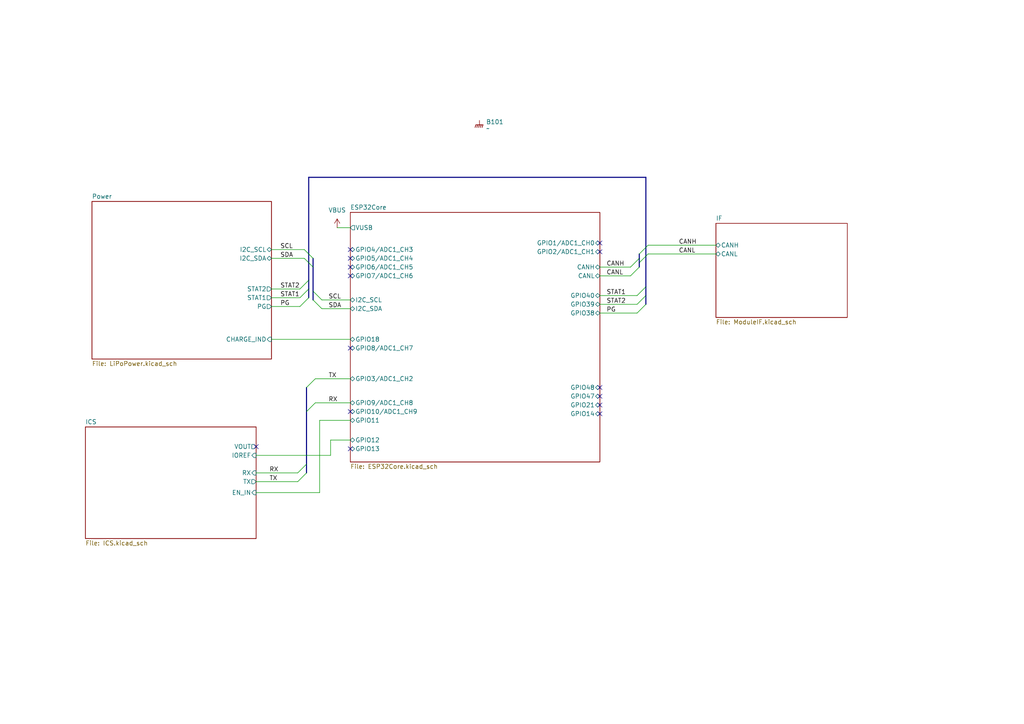
<source format=kicad_sch>
(kicad_sch
	(version 20231120)
	(generator "eeschema")
	(generator_version "8.0")
	(uuid "80fbddc6-aa50-4ba3-b7b9-21fad44f05f1")
	(paper "A4")
	(lib_symbols
		(symbol "WOBCLibrary:Board"
			(exclude_from_sim no)
			(in_bom yes)
			(on_board yes)
			(property "Reference" "B"
				(at 0 2.54 0)
				(effects
					(font
						(size 1.27 1.27)
					)
				)
			)
			(property "Value" ""
				(at 0 0 0)
				(effects
					(font
						(size 1.27 1.27)
					)
				)
			)
			(property "Footprint" ""
				(at 0 0 0)
				(effects
					(font
						(size 1.27 1.27)
					)
					(hide yes)
				)
			)
			(property "Datasheet" ""
				(at 0 0 0)
				(effects
					(font
						(size 1.27 1.27)
					)
					(hide yes)
				)
			)
			(property "Description" ""
				(at 0 0 0)
				(effects
					(font
						(size 1.27 1.27)
					)
					(hide yes)
				)
			)
			(symbol "Board_0_1"
				(polyline
					(pts
						(xy 0 -1.27) (xy 0 0)
					)
					(stroke
						(width 0)
						(type default)
					)
					(fill
						(type none)
					)
				)
				(polyline
					(pts
						(xy -1.016 -1.27) (xy -1.27 -2.032) (xy -1.27 -2.032)
					)
					(stroke
						(width 0.2032)
						(type default)
					)
					(fill
						(type none)
					)
				)
				(polyline
					(pts
						(xy -0.508 -1.27) (xy -0.762 -2.032) (xy -0.762 -2.032)
					)
					(stroke
						(width 0.2032)
						(type default)
					)
					(fill
						(type none)
					)
				)
				(polyline
					(pts
						(xy 0 -1.27) (xy -0.254 -2.032) (xy -0.254 -2.032)
					)
					(stroke
						(width 0.2032)
						(type default)
					)
					(fill
						(type none)
					)
				)
				(polyline
					(pts
						(xy 0.508 -1.27) (xy 0.254 -2.032) (xy 0.254 -2.032)
					)
					(stroke
						(width 0.2032)
						(type default)
					)
					(fill
						(type none)
					)
				)
				(polyline
					(pts
						(xy 1.016 -1.27) (xy -1.016 -1.27) (xy -1.016 -1.27)
					)
					(stroke
						(width 0.2032)
						(type default)
					)
					(fill
						(type none)
					)
				)
				(polyline
					(pts
						(xy 1.016 -1.27) (xy 0.762 -2.032) (xy 0.762 -2.032) (xy 0.762 -2.032)
					)
					(stroke
						(width 0.2032)
						(type default)
					)
					(fill
						(type none)
					)
				)
			)
			(symbol "Board_1_1"
				(pin power_in line
					(at 0 0 270)
					(length 0) hide
					(name "GND"
						(effects
							(font
								(size 1.27 1.27)
							)
						)
					)
					(number "GND"
						(effects
							(font
								(size 1.27 1.27)
							)
						)
					)
				)
			)
		)
		(symbol "power:VBUS"
			(power)
			(pin_numbers hide)
			(pin_names
				(offset 0) hide)
			(exclude_from_sim no)
			(in_bom yes)
			(on_board yes)
			(property "Reference" "#PWR"
				(at 0 -3.81 0)
				(effects
					(font
						(size 1.27 1.27)
					)
					(hide yes)
				)
			)
			(property "Value" "VBUS"
				(at 0 3.556 0)
				(effects
					(font
						(size 1.27 1.27)
					)
				)
			)
			(property "Footprint" ""
				(at 0 0 0)
				(effects
					(font
						(size 1.27 1.27)
					)
					(hide yes)
				)
			)
			(property "Datasheet" ""
				(at 0 0 0)
				(effects
					(font
						(size 1.27 1.27)
					)
					(hide yes)
				)
			)
			(property "Description" "Power symbol creates a global label with name \"VBUS\""
				(at 0 0 0)
				(effects
					(font
						(size 1.27 1.27)
					)
					(hide yes)
				)
			)
			(property "ki_keywords" "global power"
				(at 0 0 0)
				(effects
					(font
						(size 1.27 1.27)
					)
					(hide yes)
				)
			)
			(symbol "VBUS_0_1"
				(polyline
					(pts
						(xy -0.762 1.27) (xy 0 2.54)
					)
					(stroke
						(width 0)
						(type default)
					)
					(fill
						(type none)
					)
				)
				(polyline
					(pts
						(xy 0 0) (xy 0 2.54)
					)
					(stroke
						(width 0)
						(type default)
					)
					(fill
						(type none)
					)
				)
				(polyline
					(pts
						(xy 0 2.54) (xy 0.762 1.27)
					)
					(stroke
						(width 0)
						(type default)
					)
					(fill
						(type none)
					)
				)
			)
			(symbol "VBUS_1_1"
				(pin power_in line
					(at 0 0 90)
					(length 0)
					(name "~"
						(effects
							(font
								(size 1.27 1.27)
							)
						)
					)
					(number "1"
						(effects
							(font
								(size 1.27 1.27)
							)
						)
					)
				)
			)
		)
	)
	(no_connect
		(at 173.99 70.485)
		(uuid "184fbf63-2fa8-4dcd-b67d-ff5d06cc9a2a")
	)
	(no_connect
		(at 101.6 130.175)
		(uuid "229e4bf6-7d6e-4aa1-b878-caa77d687485")
	)
	(no_connect
		(at 173.99 114.935)
		(uuid "244396b9-7bed-4bb7-b765-4c3367df6dbe")
	)
	(no_connect
		(at 173.99 120.015)
		(uuid "42b1f9e4-2cdd-4601-b708-ff1355487c9d")
	)
	(no_connect
		(at 101.6 80.01)
		(uuid "4364bb39-166b-4dbe-bba0-d15d79aa9568")
	)
	(no_connect
		(at 173.99 112.395)
		(uuid "5166f447-4470-404e-85be-293e9a8a9eb8")
	)
	(no_connect
		(at 101.6 77.47)
		(uuid "7b3b4cdf-52c0-44f4-aecf-c3d26f88857a")
	)
	(no_connect
		(at 74.295 129.54)
		(uuid "7d6c7861-dd99-4c33-b98d-8c3eac52c05b")
	)
	(no_connect
		(at 101.6 119.38)
		(uuid "88ea6c01-bf87-456c-b457-49d522cd2b26")
	)
	(no_connect
		(at 173.99 117.475)
		(uuid "971501c3-0ac8-4f4f-92dd-d19c835dff75")
	)
	(no_connect
		(at 101.6 100.965)
		(uuid "a5b78aaa-6dc4-4b05-a538-05e7a7e23880")
	)
	(no_connect
		(at 101.6 74.93)
		(uuid "b1e361b7-f746-4cbd-97d3-f3b71064929f")
	)
	(no_connect
		(at 101.6 72.39)
		(uuid "b6dc21de-4a51-455d-9cdf-07d516677f94")
	)
	(no_connect
		(at 173.99 73.025)
		(uuid "d8dd33ce-15ea-472c-8f7e-f6e39eadc021")
	)
	(bus_entry
		(at 90.805 86.995)
		(size 2.54 2.54)
		(stroke
			(width 0)
			(type default)
		)
		(uuid "00892a9c-6979-437a-9fe6-c14e2e65b1a2")
	)
	(bus_entry
		(at 182.88 80.01)
		(size 2.54 -2.54)
		(stroke
			(width 0)
			(type default)
		)
		(uuid "0492c180-e12a-45ff-8b5a-b8a221630690")
	)
	(bus_entry
		(at 182.88 77.47)
		(size 2.54 -2.54)
		(stroke
			(width 0)
			(type default)
		)
		(uuid "061589e9-6a5e-43b0-8f88-68e1c98d01db")
	)
	(bus_entry
		(at 91.44 116.84)
		(size -2.54 2.54)
		(stroke
			(width 0)
			(type default)
		)
		(uuid "31d9e884-011c-4f32-806c-bbc4f02ce93e")
	)
	(bus_entry
		(at 184.785 90.805)
		(size 2.54 -2.54)
		(stroke
			(width 0)
			(type default)
		)
		(uuid "41c9dac4-2749-46f2-89b2-04832628d057")
	)
	(bus_entry
		(at 88.9 134.62)
		(size -2.54 2.54)
		(stroke
			(width 0)
			(type default)
		)
		(uuid "60428c11-e5b5-40a9-b98f-1046a706e450")
	)
	(bus_entry
		(at 90.805 84.455)
		(size 2.54 2.54)
		(stroke
			(width 0)
			(type default)
		)
		(uuid "6b5dda26-a8cb-4caa-94cc-45f6b93e8e47")
	)
	(bus_entry
		(at 185.42 73.66)
		(size 2.54 -2.54)
		(stroke
			(width 0)
			(type default)
		)
		(uuid "6bcd7eae-e5ed-4403-809f-1e3a57e81825")
	)
	(bus_entry
		(at 88.9 137.16)
		(size -2.54 2.54)
		(stroke
			(width 0)
			(type default)
		)
		(uuid "75a39660-de78-4d65-9df4-d77a21db83f9")
	)
	(bus_entry
		(at 88.265 74.93)
		(size 2.54 2.54)
		(stroke
			(width 0)
			(type default)
		)
		(uuid "9f47cecd-a615-493c-aece-4a96799af1e8")
	)
	(bus_entry
		(at 91.44 109.855)
		(size -2.54 2.54)
		(stroke
			(width 0)
			(type default)
		)
		(uuid "a06307d4-ddf1-4200-879f-2084f6c45e51")
	)
	(bus_entry
		(at 185.42 76.2)
		(size 2.54 -2.54)
		(stroke
			(width 0)
			(type default)
		)
		(uuid "a8700f92-f26e-484a-8c87-eda18c753cc2")
	)
	(bus_entry
		(at 184.785 85.725)
		(size 2.54 -2.54)
		(stroke
			(width 0)
			(type default)
		)
		(uuid "bc7cf95c-170b-4f87-a9e3-0e3a94b2f1a0")
	)
	(bus_entry
		(at 86.995 88.9)
		(size 2.54 -2.54)
		(stroke
			(width 0)
			(type default)
		)
		(uuid "d50fd510-d011-48b7-9b1b-374c92cd7f1e")
	)
	(bus_entry
		(at 86.995 86.36)
		(size 2.54 -2.54)
		(stroke
			(width 0)
			(type default)
		)
		(uuid "e1f5a6d6-b619-4cfc-abeb-13b3ff0964fe")
	)
	(bus_entry
		(at 88.265 72.39)
		(size 2.54 2.54)
		(stroke
			(width 0)
			(type default)
		)
		(uuid "f1ed3bf1-0106-47b8-872e-25ae9383ee37")
	)
	(bus_entry
		(at 86.995 83.82)
		(size 2.54 -2.54)
		(stroke
			(width 0)
			(type default)
		)
		(uuid "f6b9219b-3708-4c45-a0b1-896022c6de1e")
	)
	(bus_entry
		(at 184.785 88.265)
		(size 2.54 -2.54)
		(stroke
			(width 0)
			(type default)
		)
		(uuid "f738e322-d8b8-4a68-a37d-1d6c04b82db0")
	)
	(wire
		(pts
			(xy 173.99 85.725) (xy 184.785 85.725)
		)
		(stroke
			(width 0)
			(type default)
		)
		(uuid "02e23917-d48d-4be4-adf1-20c2f3737c16")
	)
	(wire
		(pts
			(xy 91.44 109.855) (xy 101.6 109.855)
		)
		(stroke
			(width 0)
			(type default)
		)
		(uuid "0db7cf49-d45b-4367-9612-18a218b36cb0")
	)
	(wire
		(pts
			(xy 173.99 80.01) (xy 182.88 80.01)
		)
		(stroke
			(width 0)
			(type default)
		)
		(uuid "1238fa37-2f8c-4c87-92f8-d1a7e8c9a645")
	)
	(wire
		(pts
			(xy 78.74 83.82) (xy 86.995 83.82)
		)
		(stroke
			(width 0)
			(type default)
		)
		(uuid "12dc286f-083d-4c01-b64c-9e0c47515b9d")
	)
	(wire
		(pts
			(xy 93.345 89.535) (xy 101.6 89.535)
		)
		(stroke
			(width 0)
			(type default)
		)
		(uuid "19a7bf2c-d748-455d-9a5b-0baa174fab85")
	)
	(wire
		(pts
			(xy 187.96 73.66) (xy 207.645 73.66)
		)
		(stroke
			(width 0)
			(type default)
		)
		(uuid "1b95c85b-338e-4e64-957b-fca4e5dd3b14")
	)
	(bus
		(pts
			(xy 187.325 51.435) (xy 89.535 51.435)
		)
		(stroke
			(width 0)
			(type default)
		)
		(uuid "1e547ab1-a001-4156-90d2-99c1fbb43e30")
	)
	(wire
		(pts
			(xy 187.96 71.12) (xy 207.645 71.12)
		)
		(stroke
			(width 0)
			(type default)
		)
		(uuid "252209ae-9aa0-44fe-91d3-e4cc6aacdab1")
	)
	(bus
		(pts
			(xy 89.535 81.28) (xy 89.535 83.82)
		)
		(stroke
			(width 0)
			(type default)
		)
		(uuid "32f73702-d23c-45d0-a699-1ac3ffc5e220")
	)
	(bus
		(pts
			(xy 187.325 83.185) (xy 187.325 51.435)
		)
		(stroke
			(width 0)
			(type default)
		)
		(uuid "3358b80b-8528-463b-a796-c660f28fd747")
	)
	(wire
		(pts
			(xy 173.99 77.47) (xy 182.88 77.47)
		)
		(stroke
			(width 0)
			(type default)
		)
		(uuid "3386dd29-e7f6-4456-bd50-ad75b013ff68")
	)
	(wire
		(pts
			(xy 97.79 66.04) (xy 101.6 66.04)
		)
		(stroke
			(width 0)
			(type default)
		)
		(uuid "3b58743b-a743-4b85-a0bb-a9158b1487d0")
	)
	(bus
		(pts
			(xy 88.9 119.38) (xy 88.9 134.62)
		)
		(stroke
			(width 0)
			(type default)
		)
		(uuid "3f3abb62-1a93-4e50-86d4-973b78b6c2e7")
	)
	(wire
		(pts
			(xy 95.885 132.08) (xy 95.885 127.635)
		)
		(stroke
			(width 0)
			(type default)
		)
		(uuid "4cb249ae-157b-4f1e-af4d-924babae0741")
	)
	(wire
		(pts
			(xy 78.74 98.425) (xy 101.6 98.425)
		)
		(stroke
			(width 0)
			(type default)
		)
		(uuid "561dcfb7-aa86-4130-9f56-eda9a5f4fe48")
	)
	(wire
		(pts
			(xy 74.295 132.08) (xy 95.885 132.08)
		)
		(stroke
			(width 0)
			(type default)
		)
		(uuid "565278f9-fea3-46fa-9b73-e4fbf18414c0")
	)
	(wire
		(pts
			(xy 92.71 142.875) (xy 74.295 142.875)
		)
		(stroke
			(width 0)
			(type default)
		)
		(uuid "5f65ca16-02fa-445d-b444-edb99d37bb14")
	)
	(wire
		(pts
			(xy 91.44 116.84) (xy 101.6 116.84)
		)
		(stroke
			(width 0)
			(type default)
		)
		(uuid "6544662b-04c5-49aa-a05a-5a8a10619834")
	)
	(wire
		(pts
			(xy 173.99 90.805) (xy 184.785 90.805)
		)
		(stroke
			(width 0)
			(type default)
		)
		(uuid "688a3174-1907-4c40-92c8-494abb157249")
	)
	(wire
		(pts
			(xy 92.71 121.92) (xy 92.71 142.875)
		)
		(stroke
			(width 0)
			(type default)
		)
		(uuid "6f11b7b8-1b68-411b-9e41-c7bc6c744aea")
	)
	(wire
		(pts
			(xy 95.885 127.635) (xy 101.6 127.635)
		)
		(stroke
			(width 0)
			(type default)
		)
		(uuid "6f3c0848-200c-4707-9b11-6c4c5be5c730")
	)
	(bus
		(pts
			(xy 185.42 73.66) (xy 185.42 74.93)
		)
		(stroke
			(width 0)
			(type default)
		)
		(uuid "70bc0677-f7aa-4779-b9a4-755400977082")
	)
	(bus
		(pts
			(xy 90.805 77.47) (xy 90.805 84.455)
		)
		(stroke
			(width 0)
			(type default)
		)
		(uuid "7bc82935-b5bb-4716-b33a-9675b1c6e039")
	)
	(wire
		(pts
			(xy 78.74 74.93) (xy 88.265 74.93)
		)
		(stroke
			(width 0)
			(type default)
		)
		(uuid "83a9052d-269a-41f1-be55-46a90cf12811")
	)
	(bus
		(pts
			(xy 88.9 134.62) (xy 88.9 137.16)
		)
		(stroke
			(width 0)
			(type default)
		)
		(uuid "85fb1bac-1317-44fa-aed2-5bf59951f29c")
	)
	(bus
		(pts
			(xy 90.805 84.455) (xy 90.805 86.995)
		)
		(stroke
			(width 0)
			(type default)
		)
		(uuid "9535539d-3db6-43ff-982d-b2fe7250d389")
	)
	(bus
		(pts
			(xy 89.535 51.435) (xy 89.535 81.28)
		)
		(stroke
			(width 0)
			(type default)
		)
		(uuid "9a9d2972-e8f7-480d-ac4f-5c8ae4172cd1")
	)
	(wire
		(pts
			(xy 78.74 86.36) (xy 86.995 86.36)
		)
		(stroke
			(width 0)
			(type default)
		)
		(uuid "9bd01768-80ce-4d20-87ef-7b7012371455")
	)
	(wire
		(pts
			(xy 74.295 137.16) (xy 86.36 137.16)
		)
		(stroke
			(width 0)
			(type default)
		)
		(uuid "9c05dbf3-dc8c-4968-bdef-c5584cbff285")
	)
	(wire
		(pts
			(xy 78.74 72.39) (xy 88.265 72.39)
		)
		(stroke
			(width 0)
			(type default)
		)
		(uuid "9de76386-35cf-4184-8f20-e3d37f609d34")
	)
	(bus
		(pts
			(xy 88.9 112.395) (xy 88.9 119.38)
		)
		(stroke
			(width 0)
			(type default)
		)
		(uuid "b376df72-3e4e-44f9-b123-7e7be4fe2a02")
	)
	(bus
		(pts
			(xy 187.325 85.725) (xy 187.325 83.185)
		)
		(stroke
			(width 0)
			(type default)
		)
		(uuid "b64642b4-8f36-4b28-b118-39e115031fe3")
	)
	(bus
		(pts
			(xy 89.535 83.82) (xy 89.535 86.36)
		)
		(stroke
			(width 0)
			(type default)
		)
		(uuid "b6f350c1-2f18-40bf-b2a6-4203cef267a9")
	)
	(wire
		(pts
			(xy 74.295 139.7) (xy 86.36 139.7)
		)
		(stroke
			(width 0)
			(type default)
		)
		(uuid "c4d383a8-2f32-4cb2-b98c-54fb44a6ec20")
	)
	(wire
		(pts
			(xy 78.74 88.9) (xy 86.995 88.9)
		)
		(stroke
			(width 0)
			(type default)
		)
		(uuid "c6e04992-3352-430d-81b2-e9b09b9a4809")
	)
	(bus
		(pts
			(xy 90.805 74.93) (xy 90.805 77.47)
		)
		(stroke
			(width 0)
			(type default)
		)
		(uuid "d0e799c1-9cb8-4f7e-b7e5-ebffbb47664f")
	)
	(wire
		(pts
			(xy 93.345 86.995) (xy 101.6 86.995)
		)
		(stroke
			(width 0)
			(type default)
		)
		(uuid "d1bacec9-8d56-413a-8e2b-7f486d5ebe84")
	)
	(bus
		(pts
			(xy 187.325 88.265) (xy 187.325 85.725)
		)
		(stroke
			(width 0)
			(type default)
		)
		(uuid "ebc8b890-61ae-4b6f-ae7c-73db00fa7bef")
	)
	(wire
		(pts
			(xy 173.99 88.265) (xy 184.785 88.265)
		)
		(stroke
			(width 0)
			(type default)
		)
		(uuid "ec563dbd-2640-429f-9601-0cf16b694fc6")
	)
	(wire
		(pts
			(xy 101.6 121.92) (xy 92.71 121.92)
		)
		(stroke
			(width 0)
			(type default)
		)
		(uuid "f1721ebc-d9e2-4f29-bb16-31249dbebbd3")
	)
	(bus
		(pts
			(xy 185.42 76.2) (xy 185.42 77.47)
		)
		(stroke
			(width 0)
			(type default)
		)
		(uuid "f8be2827-d3a7-47ce-a862-af02a9bab281")
	)
	(bus
		(pts
			(xy 185.42 74.93) (xy 185.42 76.2)
		)
		(stroke
			(width 0)
			(type default)
		)
		(uuid "fc6863b2-2e12-467e-9482-3631e5865c45")
	)
	(label "CANH"
		(at 175.895 77.47 0)
		(fields_autoplaced yes)
		(effects
			(font
				(size 1.27 1.27)
			)
			(justify left bottom)
		)
		(uuid "05b43a8b-f5ed-4f03-a401-ed5c1bd44fd8")
	)
	(label "STAT1"
		(at 175.895 85.725 0)
		(fields_autoplaced yes)
		(effects
			(font
				(size 1.27 1.27)
			)
			(justify left bottom)
		)
		(uuid "1b7f26ae-5d55-406d-885a-95990b8a63c1")
	)
	(label "STAT1"
		(at 81.28 86.36 0)
		(fields_autoplaced yes)
		(effects
			(font
				(size 1.27 1.27)
			)
			(justify left bottom)
		)
		(uuid "36e5ce1d-69a9-4cd3-9bf9-f8470bfb4211")
	)
	(label "RX"
		(at 78.105 137.16 0)
		(fields_autoplaced yes)
		(effects
			(font
				(size 1.27 1.27)
			)
			(justify left bottom)
		)
		(uuid "3964f607-1c6a-499f-8890-956a8d4da1b2")
	)
	(label "STAT2"
		(at 175.895 88.265 0)
		(fields_autoplaced yes)
		(effects
			(font
				(size 1.27 1.27)
			)
			(justify left bottom)
		)
		(uuid "52d17695-019f-4c48-b9c1-142d4cf8159a")
	)
	(label "SDA"
		(at 81.28 74.93 0)
		(fields_autoplaced yes)
		(effects
			(font
				(size 1.27 1.27)
			)
			(justify left bottom)
		)
		(uuid "59c76a85-0f13-4089-ab72-d7b8964f629a")
	)
	(label "PG"
		(at 175.895 90.805 0)
		(fields_autoplaced yes)
		(effects
			(font
				(size 1.27 1.27)
			)
			(justify left bottom)
		)
		(uuid "6a1ada13-5f2d-435a-9d50-823c1dee9d7d")
	)
	(label "SCL"
		(at 95.25 86.995 0)
		(fields_autoplaced yes)
		(effects
			(font
				(size 1.27 1.27)
			)
			(justify left bottom)
		)
		(uuid "7ffadeec-998f-4704-8f60-c28be892ea1d")
	)
	(label "SCL"
		(at 81.28 72.39 0)
		(fields_autoplaced yes)
		(effects
			(font
				(size 1.27 1.27)
			)
			(justify left bottom)
		)
		(uuid "9fc2708e-3a9a-4ad9-8ac2-b7d916e6b3f9")
	)
	(label "TX"
		(at 95.25 109.855 0)
		(fields_autoplaced yes)
		(effects
			(font
				(size 1.27 1.27)
			)
			(justify left bottom)
		)
		(uuid "9ff47be3-b7b7-4320-99ad-33ad62e0a79d")
	)
	(label "CANH"
		(at 196.85 71.12 0)
		(fields_autoplaced yes)
		(effects
			(font
				(size 1.27 1.27)
			)
			(justify left bottom)
		)
		(uuid "a0512117-7f2b-464e-989d-56d850d56bef")
	)
	(label "RX"
		(at 95.25 116.84 0)
		(fields_autoplaced yes)
		(effects
			(font
				(size 1.27 1.27)
			)
			(justify left bottom)
		)
		(uuid "a222d7d5-611a-44b7-b117-6bd8e9d4211f")
	)
	(label "CANL"
		(at 196.85 73.66 0)
		(fields_autoplaced yes)
		(effects
			(font
				(size 1.27 1.27)
			)
			(justify left bottom)
		)
		(uuid "b1da38c4-e62e-4625-b91c-e60d9487262a")
	)
	(label "SDA"
		(at 95.25 89.535 0)
		(fields_autoplaced yes)
		(effects
			(font
				(size 1.27 1.27)
			)
			(justify left bottom)
		)
		(uuid "be00b22a-e17d-4ea1-8e7e-8ae46f59da8a")
	)
	(label "TX"
		(at 78.105 139.7 0)
		(fields_autoplaced yes)
		(effects
			(font
				(size 1.27 1.27)
			)
			(justify left bottom)
		)
		(uuid "c5199485-ad58-4feb-8c64-51e5e5ee3d6e")
	)
	(label "STAT2"
		(at 81.28 83.82 0)
		(fields_autoplaced yes)
		(effects
			(font
				(size 1.27 1.27)
			)
			(justify left bottom)
		)
		(uuid "d50c8ea8-f158-4e93-b8a1-5ee2bcdc36de")
	)
	(label "PG"
		(at 81.28 88.9 0)
		(fields_autoplaced yes)
		(effects
			(font
				(size 1.27 1.27)
			)
			(justify left bottom)
		)
		(uuid "dfdd6bfd-f9e1-47b2-988c-50306a58272c")
	)
	(label "CANL"
		(at 175.895 80.01 0)
		(fields_autoplaced yes)
		(effects
			(font
				(size 1.27 1.27)
			)
			(justify left bottom)
		)
		(uuid "f4e6b4b5-f31b-47ce-a51f-03d467fa9480")
	)
	(symbol
		(lib_id "power:VBUS")
		(at 97.79 66.04 0)
		(unit 1)
		(exclude_from_sim no)
		(in_bom yes)
		(on_board yes)
		(dnp no)
		(fields_autoplaced yes)
		(uuid "aea1d47d-e2a6-4ae4-939e-1a37133d18f0")
		(property "Reference" "#PWR0101"
			(at 97.79 69.85 0)
			(effects
				(font
					(size 1.27 1.27)
				)
				(hide yes)
			)
		)
		(property "Value" "VBUS"
			(at 97.79 60.96 0)
			(effects
				(font
					(size 1.27 1.27)
				)
			)
		)
		(property "Footprint" ""
			(at 97.79 66.04 0)
			(effects
				(font
					(size 1.27 1.27)
				)
				(hide yes)
			)
		)
		(property "Datasheet" ""
			(at 97.79 66.04 0)
			(effects
				(font
					(size 1.27 1.27)
				)
				(hide yes)
			)
		)
		(property "Description" "Power symbol creates a global label with name \"VBUS\""
			(at 97.79 66.04 0)
			(effects
				(font
					(size 1.27 1.27)
				)
				(hide yes)
			)
		)
		(pin "1"
			(uuid "063012e9-24d5-4609-b51c-ac244ba3c297")
		)
		(instances
			(project ""
				(path "/80fbddc6-aa50-4ba3-b7b9-21fad44f05f1"
					(reference "#PWR0101")
					(unit 1)
				)
			)
		)
	)
	(symbol
		(lib_id "WOBCLibrary:Board")
		(at 139.065 34.925 0)
		(unit 1)
		(exclude_from_sim no)
		(in_bom yes)
		(on_board yes)
		(dnp no)
		(fields_autoplaced yes)
		(uuid "d22f3159-9c22-4f75-aac2-0b5dd583617f")
		(property "Reference" "B101"
			(at 140.97 35.3567 0)
			(effects
				(font
					(size 1.27 1.27)
				)
				(justify left)
			)
		)
		(property "Value" "~"
			(at 140.97 37.2618 0)
			(effects
				(font
					(size 1.27 1.27)
				)
				(justify left)
			)
		)
		(property "Footprint" "WOBCLibrary:Board_1U_60x60"
			(at 139.065 34.925 0)
			(effects
				(font
					(size 1.27 1.27)
				)
				(hide yes)
			)
		)
		(property "Datasheet" ""
			(at 139.065 34.925 0)
			(effects
				(font
					(size 1.27 1.27)
				)
				(hide yes)
			)
		)
		(property "Description" ""
			(at 139.065 34.925 0)
			(effects
				(font
					(size 1.27 1.27)
				)
				(hide yes)
			)
		)
		(pin "GND"
			(uuid "0b459a04-e20e-48ee-9978-f33e38fa7cd9")
		)
		(instances
			(project ""
				(path "/80fbddc6-aa50-4ba3-b7b9-21fad44f05f1"
					(reference "B101")
					(unit 1)
				)
			)
		)
	)
	(sheet
		(at 24.765 123.825)
		(size 49.53 32.385)
		(fields_autoplaced yes)
		(stroke
			(width 0.1524)
			(type solid)
		)
		(fill
			(color 0 0 0 0.0000)
		)
		(uuid "4f6b0d77-0135-4130-b2a3-d0a52c2d73c9")
		(property "Sheetname" "ICS"
			(at 24.765 123.1134 0)
			(effects
				(font
					(size 1.27 1.27)
				)
				(justify left bottom)
			)
		)
		(property "Sheetfile" "ICS.kicad_sch"
			(at 24.765 156.7946 0)
			(effects
				(font
					(size 1.27 1.27)
				)
				(justify left top)
			)
		)
		(pin "IOREF" input
			(at 74.295 132.08 0)
			(effects
				(font
					(size 1.27 1.27)
				)
				(justify right)
			)
			(uuid "e5b6029c-f958-4ba8-aaa5-1b3d447a2627")
		)
		(pin "VOUT" output
			(at 74.295 129.54 0)
			(effects
				(font
					(size 1.27 1.27)
				)
				(justify right)
			)
			(uuid "6b5c69c6-35b5-4aa7-a189-be4ce895cf80")
		)
		(pin "RX" input
			(at 74.295 137.16 0)
			(effects
				(font
					(size 1.27 1.27)
				)
				(justify right)
			)
			(uuid "64d33466-334d-40e7-85a5-14e6bc1820e3")
		)
		(pin "EN_IN" input
			(at 74.295 142.875 0)
			(effects
				(font
					(size 1.27 1.27)
				)
				(justify right)
			)
			(uuid "ab8f7ddb-ca96-49b2-be65-f30670a87d1e")
		)
		(pin "TX" output
			(at 74.295 139.7 0)
			(effects
				(font
					(size 1.27 1.27)
				)
				(justify right)
			)
			(uuid "13cf8812-51d6-45ca-8551-3367522d90ad")
		)
		(instances
			(project "Tri.Ctrl2"
				(path "/80fbddc6-aa50-4ba3-b7b9-21fad44f05f1"
					(page "5")
				)
			)
		)
	)
	(sheet
		(at 101.6 61.595)
		(size 72.39 72.39)
		(fields_autoplaced yes)
		(stroke
			(width 0.1524)
			(type solid)
		)
		(fill
			(color 0 0 0 0.0000)
		)
		(uuid "af688c2f-4a17-4686-a4f6-392c7f5d4134")
		(property "Sheetname" "ESP32Core"
			(at 101.6 60.8834 0)
			(effects
				(font
					(size 1.27 1.27)
				)
				(justify left bottom)
			)
		)
		(property "Sheetfile" "ESP32Core.kicad_sch"
			(at 101.6 134.5696 0)
			(effects
				(font
					(size 1.27 1.27)
				)
				(justify left top)
			)
		)
		(pin "GPIO3{slash}ADC1_CH2" bidirectional
			(at 101.6 109.855 180)
			(effects
				(font
					(size 1.27 1.27)
				)
				(justify left)
			)
			(uuid "7830bbf8-a170-43c3-b1db-dd541123f8b9")
		)
		(pin "GPIO2{slash}ADC1_CH1" bidirectional
			(at 173.99 73.025 0)
			(effects
				(font
					(size 1.27 1.27)
				)
				(justify right)
			)
			(uuid "aaf39873-fc5a-47a7-9982-e675abfcf62e")
		)
		(pin "GPIO5{slash}ADC1_CH4" bidirectional
			(at 101.6 74.93 180)
			(effects
				(font
					(size 1.27 1.27)
				)
				(justify left)
			)
			(uuid "5a058535-0d94-4164-ba6b-c0b3e8f02d2a")
		)
		(pin "GPIO4{slash}ADC1_CH3" bidirectional
			(at 101.6 72.39 180)
			(effects
				(font
					(size 1.27 1.27)
				)
				(justify left)
			)
			(uuid "3323b733-39ea-486c-b887-413a137a13f8")
		)
		(pin "GPIO1{slash}ADC1_CH0" bidirectional
			(at 173.99 70.485 0)
			(effects
				(font
					(size 1.27 1.27)
				)
				(justify right)
			)
			(uuid "b047d39e-a833-40a1-9f7a-0195fd2b6851")
		)
		(pin "GPIO6{slash}ADC1_CH5" bidirectional
			(at 101.6 77.47 180)
			(effects
				(font
					(size 1.27 1.27)
				)
				(justify left)
			)
			(uuid "e5336cd6-c873-4def-a211-f9734e549f65")
		)
		(pin "GPIO7{slash}ADC1_CH6" bidirectional
			(at 101.6 80.01 180)
			(effects
				(font
					(size 1.27 1.27)
				)
				(justify left)
			)
			(uuid "c10e06ed-c473-48cc-a8b1-fb4ececdf7b7")
		)
		(pin "VUSB" output
			(at 101.6 66.04 180)
			(effects
				(font
					(size 1.27 1.27)
				)
				(justify left)
			)
			(uuid "b8a005be-a4a9-4cd6-bab0-30f44bc12382")
		)
		(pin "CANL" bidirectional
			(at 173.99 80.01 0)
			(effects
				(font
					(size 1.27 1.27)
				)
				(justify right)
			)
			(uuid "d1e91382-1b97-4db9-b172-8a4edfc1575d")
		)
		(pin "CANH" bidirectional
			(at 173.99 77.47 0)
			(effects
				(font
					(size 1.27 1.27)
				)
				(justify right)
			)
			(uuid "c291767e-7cdd-4794-b27c-ea0bd233a02f")
		)
		(pin "I2C_SCL" bidirectional
			(at 101.6 86.995 180)
			(effects
				(font
					(size 1.27 1.27)
				)
				(justify left)
			)
			(uuid "0f425513-3b08-4d86-bb5c-19b689cac35d")
		)
		(pin "GPIO40" bidirectional
			(at 173.99 85.725 0)
			(effects
				(font
					(size 1.27 1.27)
				)
				(justify right)
			)
			(uuid "477b77aa-0a3a-441c-82fb-4e6838054a2b")
		)
		(pin "GPIO39" bidirectional
			(at 173.99 88.265 0)
			(effects
				(font
					(size 1.27 1.27)
				)
				(justify right)
			)
			(uuid "f3877e7f-5805-4d87-aeb4-ad8ba6cead62")
		)
		(pin "GPIO13" bidirectional
			(at 101.6 130.175 180)
			(effects
				(font
					(size 1.27 1.27)
				)
				(justify left)
			)
			(uuid "df3e1e7c-c91d-4073-b4fc-e64cb7d5f54c")
		)
		(pin "GPIO12" bidirectional
			(at 101.6 127.635 180)
			(effects
				(font
					(size 1.27 1.27)
				)
				(justify left)
			)
			(uuid "5382c24c-bfec-4c56-92d8-ca11bdb91bb5")
		)
		(pin "GPIO8{slash}ADC1_CH7" bidirectional
			(at 101.6 100.965 180)
			(effects
				(font
					(size 1.27 1.27)
				)
				(justify left)
			)
			(uuid "56f32be3-2175-49c0-bc8d-2b591bf25be1")
		)
		(pin "GPIO9{slash}ADC1_CH8" bidirectional
			(at 101.6 116.84 180)
			(effects
				(font
					(size 1.27 1.27)
				)
				(justify left)
			)
			(uuid "6e4fe7af-8bb1-4940-8034-fbab9550b909")
		)
		(pin "GPIO10{slash}ADC1_CH9" bidirectional
			(at 101.6 119.38 180)
			(effects
				(font
					(size 1.27 1.27)
				)
				(justify left)
			)
			(uuid "c04fe3a8-f135-4044-998c-0ca74f17e053")
		)
		(pin "GPIO11" bidirectional
			(at 101.6 121.92 180)
			(effects
				(font
					(size 1.27 1.27)
				)
				(justify left)
			)
			(uuid "fdc833da-d19d-4bc4-ae50-8ceb12293d35")
		)
		(pin "GPIO48" bidirectional
			(at 173.99 112.395 0)
			(effects
				(font
					(size 1.27 1.27)
				)
				(justify right)
			)
			(uuid "3f45e2b5-8e20-4ff3-99b7-384bd9e5d807")
		)
		(pin "GPIO47" bidirectional
			(at 173.99 114.935 0)
			(effects
				(font
					(size 1.27 1.27)
				)
				(justify right)
			)
			(uuid "d8ee0a3d-5b2d-4143-b336-d91a90c4c6fe")
		)
		(pin "I2C_SDA" bidirectional
			(at 101.6 89.535 180)
			(effects
				(font
					(size 1.27 1.27)
				)
				(justify left)
			)
			(uuid "af8bfa3f-294a-4f52-a46d-7e0f57f10e3e")
		)
		(pin "GPIO18" bidirectional
			(at 101.6 98.425 180)
			(effects
				(font
					(size 1.27 1.27)
				)
				(justify left)
			)
			(uuid "5ebe7a60-06be-4327-adc0-d94d07ab4a15")
		)
		(pin "GPIO21" bidirectional
			(at 173.99 117.475 0)
			(effects
				(font
					(size 1.27 1.27)
				)
				(justify right)
			)
			(uuid "59763c5f-868c-407c-b64a-1d528a7665ce")
		)
		(pin "GPIO14" bidirectional
			(at 173.99 120.015 0)
			(effects
				(font
					(size 1.27 1.27)
				)
				(justify right)
			)
			(uuid "ee3550a8-7cd3-4c24-b622-c6080015e141")
		)
		(pin "GPIO38" bidirectional
			(at 173.99 90.805 0)
			(effects
				(font
					(size 1.27 1.27)
				)
				(justify right)
			)
			(uuid "e5055c1b-49fa-4547-8137-ce5e1c824f66")
		)
		(instances
			(project "Tri.Ctrl2"
				(path "/80fbddc6-aa50-4ba3-b7b9-21fad44f05f1"
					(page "2")
				)
			)
		)
	)
	(sheet
		(at 26.67 58.42)
		(size 52.07 45.72)
		(fields_autoplaced yes)
		(stroke
			(width 0.1524)
			(type solid)
		)
		(fill
			(color 0 0 0 0.0000)
		)
		(uuid "aff5d149-7d1f-44c5-87f1-7b19a74f6f79")
		(property "Sheetname" "Power"
			(at 26.67 57.7084 0)
			(effects
				(font
					(size 1.27 1.27)
				)
				(justify left bottom)
			)
		)
		(property "Sheetfile" "LiPoPower.kicad_sch"
			(at 26.67 104.7246 0)
			(effects
				(font
					(size 1.27 1.27)
				)
				(justify left top)
			)
		)
		(pin "I2C_SCL" bidirectional
			(at 78.74 72.39 0)
			(effects
				(font
					(size 1.27 1.27)
				)
				(justify right)
			)
			(uuid "82a1b5d8-f5de-444b-9daa-b5545bf9dfd1")
		)
		(pin "I2C_SDA" bidirectional
			(at 78.74 74.93 0)
			(effects
				(font
					(size 1.27 1.27)
				)
				(justify right)
			)
			(uuid "665048f0-0e6e-4585-a551-8054bc84276d")
		)
		(pin "CHARGE_IND" input
			(at 78.74 98.425 0)
			(effects
				(font
					(size 1.27 1.27)
				)
				(justify right)
			)
			(uuid "a78bb5f4-7d44-43f7-a3a4-d36bd87aba87")
		)
		(pin "STAT2" output
			(at 78.74 83.82 0)
			(effects
				(font
					(size 1.27 1.27)
				)
				(justify right)
			)
			(uuid "e31763ac-c222-4f5c-b5ee-eef859bd166d")
		)
		(pin "STAT1" output
			(at 78.74 86.36 0)
			(effects
				(font
					(size 1.27 1.27)
				)
				(justify right)
			)
			(uuid "dfda4779-4c90-4477-8470-5be642fcab22")
		)
		(pin "PG" output
			(at 78.74 88.9 0)
			(effects
				(font
					(size 1.27 1.27)
				)
				(justify right)
			)
			(uuid "47d35114-45cb-4ad3-ac3c-68b917af0f2f")
		)
		(instances
			(project "Tri.Ctrl2"
				(path "/80fbddc6-aa50-4ba3-b7b9-21fad44f05f1"
					(page "4")
				)
			)
		)
	)
	(sheet
		(at 207.645 64.77)
		(size 38.1 27.305)
		(fields_autoplaced yes)
		(stroke
			(width 0.1524)
			(type solid)
		)
		(fill
			(color 0 0 0 0.0000)
		)
		(uuid "dfc00bb8-0ef8-4b9a-adde-691f5dd8642a")
		(property "Sheetname" "IF"
			(at 207.645 64.0584 0)
			(effects
				(font
					(size 1.27 1.27)
				)
				(justify left bottom)
			)
		)
		(property "Sheetfile" "ModuleIF.kicad_sch"
			(at 207.645 92.6596 0)
			(effects
				(font
					(size 1.27 1.27)
				)
				(justify left top)
			)
		)
		(pin "CANH" bidirectional
			(at 207.645 71.12 180)
			(effects
				(font
					(size 1.27 1.27)
				)
				(justify left)
			)
			(uuid "1c72e0f7-668c-4222-b3af-2feda41250dd")
		)
		(pin "CANL" bidirectional
			(at 207.645 73.66 180)
			(effects
				(font
					(size 1.27 1.27)
				)
				(justify left)
			)
			(uuid "e9835da3-8fba-49d4-bb3b-59efd43c2679")
		)
		(instances
			(project "Tri.Ctrl2"
				(path "/80fbddc6-aa50-4ba3-b7b9-21fad44f05f1"
					(page "3")
				)
			)
		)
	)
	(sheet_instances
		(path "/"
			(page "1")
		)
	)
)

</source>
